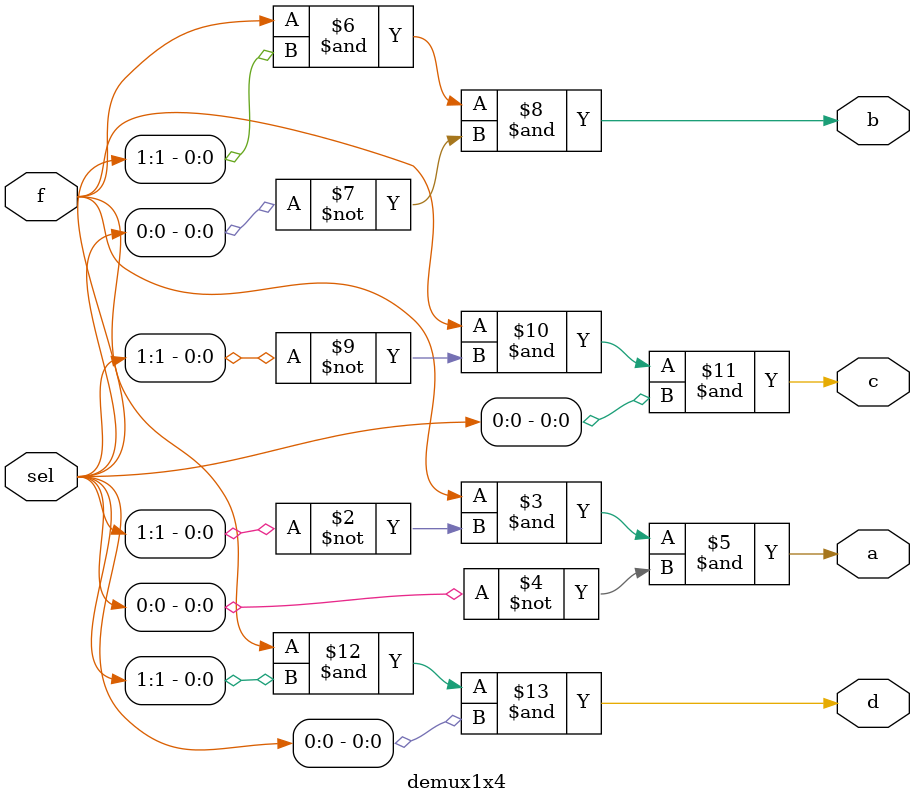
<source format=v>
module demux1x4 ( input f, input [1:0] sel, output reg a, b, c, d);
  always @ ( f or sel)
  begin
    a = f & ~sel[1] & ~sel[0];
    b = f & sel[1] & ~sel[0];
    c = f & ~sel[1] & sel[0];
    d = f & sel[1] & sel[0];
  end
endmodule
</source>
